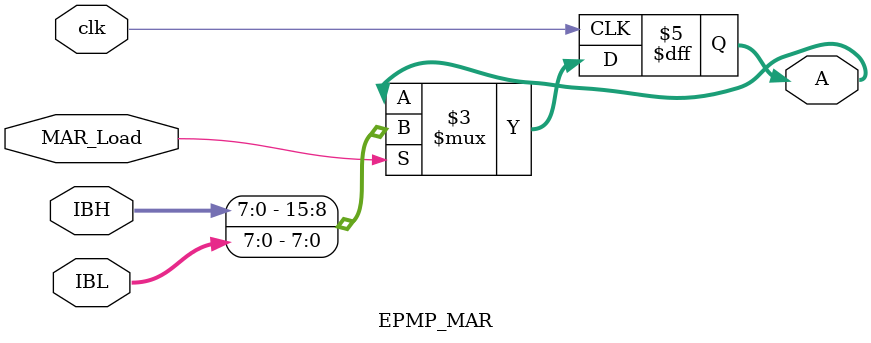
<source format=v>
`timescale 1ns / 1ps
module EPMP_MAR(IBL, IBH, MAR_Load, clk, A);
    input [7:0] IBL;
    input [7:0] IBH;
    input MAR_Load;
    input clk;
    output reg [15:0] A;

always @ (posedge clk)
	if (MAR_Load)
		A <= {IBH,IBL} ;
	else
		A <= A ;

endmodule

</source>
